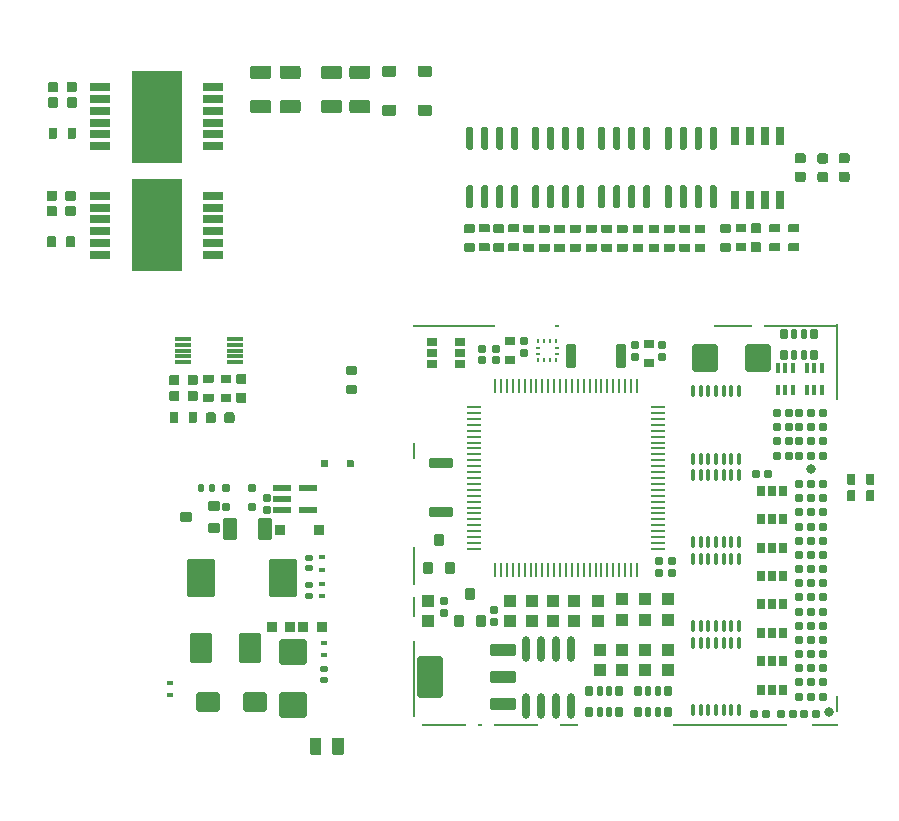
<source format=gtp>
G75*
G70*
%OFA0B0*%
%FSLAX25Y25*%
%IPPOS*%
%LPD*%
%AMOC8*
5,1,8,0,0,1.08239X$1,22.5*
%
%AMM100*
21,1,0.035430,0.030320,-0.000000,0.000000,0.000000*
21,1,0.028350,0.037400,-0.000000,0.000000,0.000000*
1,1,0.007090,0.014170,-0.015160*
1,1,0.007090,-0.014170,-0.015160*
1,1,0.007090,-0.014170,0.015160*
1,1,0.007090,0.014170,0.015160*
%
%AMM101*
21,1,0.043310,0.075980,-0.000000,0.000000,90.000000*
21,1,0.034650,0.084650,-0.000000,0.000000,90.000000*
1,1,0.008660,0.037990,0.017320*
1,1,0.008660,0.037990,-0.017320*
1,1,0.008660,-0.037990,-0.017320*
1,1,0.008660,-0.037990,0.017320*
%
%AMM102*
21,1,0.039370,0.035430,-0.000000,0.000000,90.000000*
21,1,0.031500,0.043310,-0.000000,0.000000,90.000000*
1,1,0.007870,0.017720,0.015750*
1,1,0.007870,0.017720,-0.015750*
1,1,0.007870,-0.017720,-0.015750*
1,1,0.007870,-0.017720,0.015750*
%
%AMM103*
21,1,0.027560,0.030710,-0.000000,0.000000,90.000000*
21,1,0.022050,0.036220,-0.000000,0.000000,90.000000*
1,1,0.005510,0.015350,0.011020*
1,1,0.005510,0.015350,-0.011020*
1,1,0.005510,-0.015350,-0.011020*
1,1,0.005510,-0.015350,0.011020*
%
%AMM104*
21,1,0.031500,0.072440,-0.000000,0.000000,90.000000*
21,1,0.025200,0.078740,-0.000000,0.000000,90.000000*
1,1,0.006300,0.036220,0.012600*
1,1,0.006300,0.036220,-0.012600*
1,1,0.006300,-0.036220,-0.012600*
1,1,0.006300,-0.036220,0.012600*
%
%AMM105*
21,1,0.137800,0.067720,-0.000000,0.000000,90.000000*
21,1,0.120870,0.084650,-0.000000,0.000000,90.000000*
1,1,0.016930,0.033860,0.060430*
1,1,0.016930,0.033860,-0.060430*
1,1,0.016930,-0.033860,-0.060430*
1,1,0.016930,-0.033860,0.060430*
%
%AMM106*
21,1,0.043310,0.075990,-0.000000,0.000000,90.000000*
21,1,0.034650,0.084650,-0.000000,0.000000,90.000000*
1,1,0.008660,0.037990,0.017320*
1,1,0.008660,0.037990,-0.017320*
1,1,0.008660,-0.037990,-0.017320*
1,1,0.008660,-0.037990,0.017320*
%
%AMM107*
21,1,0.086610,0.073230,-0.000000,0.000000,180.000000*
21,1,0.069290,0.090550,-0.000000,0.000000,180.000000*
1,1,0.017320,-0.034650,0.036610*
1,1,0.017320,0.034650,0.036610*
1,1,0.017320,0.034650,-0.036610*
1,1,0.017320,-0.034650,-0.036610*
%
%AMM36*
21,1,0.033470,0.026770,0.000000,0.000000,0.000000*
21,1,0.026770,0.033470,0.000000,0.000000,0.000000*
1,1,0.006690,0.013390,-0.013390*
1,1,0.006690,-0.013390,-0.013390*
1,1,0.006690,-0.013390,0.013390*
1,1,0.006690,0.013390,0.013390*
%
%AMM42*
21,1,0.035830,0.026770,0.000000,0.000000,0.000000*
21,1,0.029130,0.033470,0.000000,0.000000,0.000000*
1,1,0.006690,0.014570,-0.013390*
1,1,0.006690,-0.014570,-0.013390*
1,1,0.006690,-0.014570,0.013390*
1,1,0.006690,0.014570,0.013390*
%
%AMM44*
21,1,0.070870,0.036220,0.000000,0.000000,90.000000*
21,1,0.061810,0.045280,0.000000,0.000000,90.000000*
1,1,0.009060,0.018110,0.030910*
1,1,0.009060,0.018110,-0.030910*
1,1,0.009060,-0.018110,-0.030910*
1,1,0.009060,-0.018110,0.030910*
%
%AMM59*
21,1,0.086610,0.073230,0.000000,0.000000,270.000000*
21,1,0.069290,0.090550,0.000000,0.000000,270.000000*
1,1,0.017320,-0.036610,-0.034650*
1,1,0.017320,-0.036610,0.034650*
1,1,0.017320,0.036610,0.034650*
1,1,0.017320,0.036610,-0.034650*
%
%AMM60*
21,1,0.094490,0.111020,0.000000,0.000000,0.000000*
21,1,0.075590,0.129920,0.000000,0.000000,0.000000*
1,1,0.018900,0.037800,-0.055510*
1,1,0.018900,-0.037800,-0.055510*
1,1,0.018900,-0.037800,0.055510*
1,1,0.018900,0.037800,0.055510*
%
%AMM61*
21,1,0.074800,0.083460,0.000000,0.000000,0.000000*
21,1,0.059840,0.098430,0.000000,0.000000,0.000000*
1,1,0.014960,0.029920,-0.041730*
1,1,0.014960,-0.029920,-0.041730*
1,1,0.014960,-0.029920,0.041730*
1,1,0.014960,0.029920,0.041730*
%
%AMM62*
21,1,0.078740,0.053540,0.000000,0.000000,180.000000*
21,1,0.065350,0.066930,0.000000,0.000000,180.000000*
1,1,0.013390,-0.032680,0.026770*
1,1,0.013390,0.032680,0.026770*
1,1,0.013390,0.032680,-0.026770*
1,1,0.013390,-0.032680,-0.026770*
%
%AMM63*
21,1,0.035430,0.030320,0.000000,0.000000,90.000000*
21,1,0.028350,0.037400,0.000000,0.000000,90.000000*
1,1,0.007090,0.015160,0.014170*
1,1,0.007090,0.015160,-0.014170*
1,1,0.007090,-0.015160,-0.014170*
1,1,0.007090,-0.015160,0.014170*
%
%AMM64*
21,1,0.021650,0.052760,0.000000,0.000000,270.000000*
21,1,0.017320,0.057090,0.000000,0.000000,270.000000*
1,1,0.004330,-0.026380,-0.008660*
1,1,0.004330,-0.026380,0.008660*
1,1,0.004330,0.026380,0.008660*
1,1,0.004330,0.026380,-0.008660*
%
%AMM65*
21,1,0.015750,0.016540,0.000000,0.000000,270.000000*
21,1,0.012600,0.019680,0.000000,0.000000,270.000000*
1,1,0.003150,-0.008270,-0.006300*
1,1,0.003150,-0.008270,0.006300*
1,1,0.003150,0.008270,0.006300*
1,1,0.003150,0.008270,-0.006300*
%
%AMM66*
21,1,0.023620,0.018900,0.000000,0.000000,90.000000*
21,1,0.018900,0.023620,0.000000,0.000000,90.000000*
1,1,0.004720,0.009450,0.009450*
1,1,0.004720,0.009450,-0.009450*
1,1,0.004720,-0.009450,-0.009450*
1,1,0.004720,-0.009450,0.009450*
%
%AMM67*
21,1,0.019680,0.019680,0.000000,0.000000,0.000000*
21,1,0.015750,0.023620,0.000000,0.000000,0.000000*
1,1,0.003940,0.007870,-0.009840*
1,1,0.003940,-0.007870,-0.009840*
1,1,0.003940,-0.007870,0.009840*
1,1,0.003940,0.007870,0.009840*
%
%AMM68*
21,1,0.019680,0.019680,0.000000,0.000000,270.000000*
21,1,0.015750,0.023620,0.000000,0.000000,270.000000*
1,1,0.003940,-0.009840,-0.007870*
1,1,0.003940,-0.009840,0.007870*
1,1,0.003940,0.009840,0.007870*
1,1,0.003940,0.009840,-0.007870*
%
%AMM92*
21,1,0.025590,0.026380,-0.000000,0.000000,0.000000*
21,1,0.020470,0.031500,-0.000000,0.000000,0.000000*
1,1,0.005120,0.010240,-0.013190*
1,1,0.005120,-0.010240,-0.013190*
1,1,0.005120,-0.010240,0.013190*
1,1,0.005120,0.010240,0.013190*
%
%AMM93*
21,1,0.017720,0.027950,-0.000000,0.000000,0.000000*
21,1,0.014170,0.031500,-0.000000,0.000000,0.000000*
1,1,0.003540,0.007090,-0.013980*
1,1,0.003540,-0.007090,-0.013980*
1,1,0.003540,-0.007090,0.013980*
1,1,0.003540,0.007090,0.013980*
%
%AMM94*
21,1,0.012600,0.028980,-0.000000,0.000000,180.000000*
21,1,0.010080,0.031500,-0.000000,0.000000,180.000000*
1,1,0.002520,-0.005040,0.014490*
1,1,0.002520,0.005040,0.014490*
1,1,0.002520,0.005040,-0.014490*
1,1,0.002520,-0.005040,-0.014490*
%
%AMM95*
21,1,0.023620,0.030710,-0.000000,0.000000,270.000000*
21,1,0.018900,0.035430,-0.000000,0.000000,270.000000*
1,1,0.004720,-0.015350,-0.009450*
1,1,0.004720,-0.015350,0.009450*
1,1,0.004720,0.015350,0.009450*
1,1,0.004720,0.015350,-0.009450*
%
%AMM96*
21,1,0.027560,0.018900,-0.000000,0.000000,180.000000*
21,1,0.022840,0.023620,-0.000000,0.000000,180.000000*
1,1,0.004720,-0.011420,0.009450*
1,1,0.004720,0.011420,0.009450*
1,1,0.004720,0.011420,-0.009450*
1,1,0.004720,-0.011420,-0.009450*
%
%AMM97*
21,1,0.031500,0.072440,-0.000000,0.000000,180.000000*
21,1,0.025200,0.078740,-0.000000,0.000000,180.000000*
1,1,0.006300,-0.012600,0.036220*
1,1,0.006300,0.012600,0.036220*
1,1,0.006300,0.012600,-0.036220*
1,1,0.006300,-0.012600,-0.036220*
%
%AMM98*
21,1,0.027560,0.018900,-0.000000,0.000000,270.000000*
21,1,0.022840,0.023620,-0.000000,0.000000,270.000000*
1,1,0.004720,-0.009450,-0.011420*
1,1,0.004720,-0.009450,0.011420*
1,1,0.004720,0.009450,0.011420*
1,1,0.004720,0.009450,-0.011420*
%
%AMM99*
21,1,0.023620,0.030710,-0.000000,0.000000,0.000000*
21,1,0.018900,0.035430,-0.000000,0.000000,0.000000*
1,1,0.004720,0.009450,-0.015350*
1,1,0.004720,-0.009450,-0.015350*
1,1,0.004720,-0.009450,0.015350*
1,1,0.004720,0.009450,0.015350*
%
%ADD13R,0.02559X0.06004*%
%ADD137M36*%
%ADD14R,0.06890X0.02559*%
%ADD146M42*%
%ADD15R,0.16929X0.31102*%
%ADD151M44*%
%ADD172R,0.05512X0.01181*%
%ADD174M59*%
%ADD175M60*%
%ADD176M61*%
%ADD177M62*%
%ADD178M63*%
%ADD179M64*%
%ADD18R,0.14567X0.00787*%
%ADD180M65*%
%ADD181M66*%
%ADD182M67*%
%ADD183M68*%
%ADD19R,0.01575X0.00787*%
%ADD20R,0.06299X0.00787*%
%ADD21R,0.38189X0.00787*%
%ADD212M92*%
%ADD213M93*%
%ADD214M94*%
%ADD215O,0.01181X0.04331*%
%ADD216M95*%
%ADD217M96*%
%ADD218M97*%
%ADD219M98*%
%ADD22R,0.09055X0.00787*%
%ADD220M99*%
%ADD221M100*%
%ADD222O,0.02362X0.08661*%
%ADD223M101*%
%ADD224M102*%
%ADD225M103*%
%ADD226M104*%
%ADD227M105*%
%ADD228M106*%
%ADD229M107*%
%ADD23R,0.00787X0.05512*%
%ADD24R,0.00787X0.25197*%
%ADD25R,0.00787X0.06693*%
%ADD26R,0.00787X0.12992*%
%ADD27R,0.27559X0.00787*%
%ADD28R,0.12992X0.00787*%
%ADD29R,0.24803X0.00787*%
%ADD47C,0.03150*%
%ADD79O,0.04724X0.00866*%
%ADD80O,0.00866X0.04724*%
%ADD84R,0.01378X0.00984*%
%ADD85R,0.00984X0.01378*%
X0000000Y0000000D02*
%LPD*%
G01*
G36*
G01*
X0149823Y0172336D02*
X0146752Y0172336D01*
G75*
G02*
X0146476Y0172612I0000000J0000276D01*
G01*
X0146476Y0174817D01*
G75*
G02*
X0146752Y0175092I0000276J0000000D01*
G01*
X0149823Y0175092D01*
G75*
G02*
X0150098Y0174817I0000000J-000276D01*
G01*
X0150098Y0172612D01*
G75*
G02*
X0149823Y0172336I-000276J0000000D01*
G01*
G37*
G36*
G01*
X0149823Y0178635D02*
X0146752Y0178635D01*
G75*
G02*
X0146476Y0178911I0000000J0000276D01*
G01*
X0146476Y0181116D01*
G75*
G02*
X0146752Y0181391I0000276J0000000D01*
G01*
X0149823Y0181391D01*
G75*
G02*
X0150098Y0181116I0000000J-000276D01*
G01*
X0150098Y0178911D01*
G75*
G02*
X0149823Y0178635I-000276J0000000D01*
G01*
G37*
G36*
G01*
X0193091Y0186811D02*
X0191909Y0186811D01*
G75*
G02*
X0191319Y0187402I0000000J0000591D01*
G01*
X0191319Y0193898D01*
G75*
G02*
X0191909Y0194488I0000591J0000000D01*
G01*
X0193091Y0194488D01*
G75*
G02*
X0193681Y0193898I0000000J-000591D01*
G01*
X0193681Y0187402D01*
G75*
G02*
X0193091Y0186811I-000591J0000000D01*
G01*
G37*
G36*
G01*
X0198091Y0186811D02*
X0196909Y0186811D01*
G75*
G02*
X0196319Y0187402I0000000J0000591D01*
G01*
X0196319Y0193898D01*
G75*
G02*
X0196909Y0194488I0000591J0000000D01*
G01*
X0198091Y0194488D01*
G75*
G02*
X0198681Y0193898I0000000J-000591D01*
G01*
X0198681Y0187402D01*
G75*
G02*
X0198091Y0186811I-000591J0000000D01*
G01*
G37*
G36*
G01*
X0203091Y0186811D02*
X0201909Y0186811D01*
G75*
G02*
X0201319Y0187402I0000000J0000591D01*
G01*
X0201319Y0193898D01*
G75*
G02*
X0201909Y0194488I0000591J0000000D01*
G01*
X0203091Y0194488D01*
G75*
G02*
X0203681Y0193898I0000000J-000591D01*
G01*
X0203681Y0187402D01*
G75*
G02*
X0203091Y0186811I-000591J0000000D01*
G01*
G37*
G36*
G01*
X0208091Y0186811D02*
X0206909Y0186811D01*
G75*
G02*
X0206319Y0187402I0000000J0000591D01*
G01*
X0206319Y0193898D01*
G75*
G02*
X0206909Y0194488I0000591J0000000D01*
G01*
X0208091Y0194488D01*
G75*
G02*
X0208681Y0193898I0000000J-000591D01*
G01*
X0208681Y0187402D01*
G75*
G02*
X0208091Y0186811I-000591J0000000D01*
G01*
G37*
G36*
G01*
X0208091Y0206299D02*
X0206909Y0206299D01*
G75*
G02*
X0206319Y0206890I0000000J0000591D01*
G01*
X0206319Y0213386D01*
G75*
G02*
X0206909Y0213976I0000591J0000000D01*
G01*
X0208091Y0213976D01*
G75*
G02*
X0208681Y0213386I0000000J-000591D01*
G01*
X0208681Y0206890D01*
G75*
G02*
X0208091Y0206299I-000591J0000000D01*
G01*
G37*
G36*
G01*
X0203091Y0206299D02*
X0201909Y0206299D01*
G75*
G02*
X0201319Y0206890I0000000J0000591D01*
G01*
X0201319Y0213386D01*
G75*
G02*
X0201909Y0213976I0000591J0000000D01*
G01*
X0203091Y0213976D01*
G75*
G02*
X0203681Y0213386I0000000J-000591D01*
G01*
X0203681Y0206890D01*
G75*
G02*
X0203091Y0206299I-000591J0000000D01*
G01*
G37*
G36*
G01*
X0198091Y0206299D02*
X0196909Y0206299D01*
G75*
G02*
X0196319Y0206890I0000000J0000591D01*
G01*
X0196319Y0213386D01*
G75*
G02*
X0196909Y0213976I0000591J0000000D01*
G01*
X0198091Y0213976D01*
G75*
G02*
X0198681Y0213386I0000000J-000591D01*
G01*
X0198681Y0206890D01*
G75*
G02*
X0198091Y0206299I-000591J0000000D01*
G01*
G37*
G36*
G01*
X0193091Y0206299D02*
X0191909Y0206299D01*
G75*
G02*
X0191319Y0206890I0000000J0000591D01*
G01*
X0191319Y0213386D01*
G75*
G02*
X0191909Y0213976I0000591J0000000D01*
G01*
X0193091Y0213976D01*
G75*
G02*
X0193681Y0213386I0000000J-000591D01*
G01*
X0193681Y0206890D01*
G75*
G02*
X0193091Y0206299I-000591J0000000D01*
G01*
G37*
G36*
G01*
X0245157Y0172185D02*
X0242480Y0172185D01*
G75*
G02*
X0242146Y0172520I0000000J0000335D01*
G01*
X0242146Y0175197D01*
G75*
G02*
X0242480Y0175531I0000335J0000000D01*
G01*
X0245157Y0175531D01*
G75*
G02*
X0245492Y0175197I0000000J-000335D01*
G01*
X0245492Y0172520D01*
G75*
G02*
X0245157Y0172185I-000335J0000000D01*
G01*
G37*
G36*
G01*
X0245157Y0178406D02*
X0242480Y0178406D01*
G75*
G02*
X0242146Y0178740I0000000J0000335D01*
G01*
X0242146Y0181417D01*
G75*
G02*
X0242480Y0181752I0000335J0000000D01*
G01*
X0245157Y0181752D01*
G75*
G02*
X0245492Y0181417I0000000J-000335D01*
G01*
X0245492Y0178740D01*
G75*
G02*
X0245157Y0178406I-000335J0000000D01*
G01*
G37*
G36*
G01*
X0171693Y0181299D02*
X0174764Y0181299D01*
G75*
G02*
X0175039Y0181024I0000000J-000276D01*
G01*
X0175039Y0178819D01*
G75*
G02*
X0174764Y0178543I-000276J0000000D01*
G01*
X0171693Y0178543D01*
G75*
G02*
X0171417Y0178819I0000000J0000276D01*
G01*
X0171417Y0181024D01*
G75*
G02*
X0171693Y0181299I0000276J0000000D01*
G01*
G37*
G36*
G01*
X0171693Y0175000D02*
X0174764Y0175000D01*
G75*
G02*
X0175039Y0174724I0000000J-000276D01*
G01*
X0175039Y0172520D01*
G75*
G02*
X0174764Y0172244I-000276J0000000D01*
G01*
X0171693Y0172244D01*
G75*
G02*
X0171417Y0172520I0000000J0000276D01*
G01*
X0171417Y0174724D01*
G75*
G02*
X0171693Y0175000I0000276J0000000D01*
G01*
G37*
G36*
G01*
X0007461Y0189606D02*
X0007461Y0192283D01*
G75*
G02*
X0007795Y0192618I0000335J0000000D01*
G01*
X0010472Y0192618D01*
G75*
G02*
X0010807Y0192283I0000000J-000335D01*
G01*
X0010807Y0189606D01*
G75*
G02*
X0010472Y0189272I-000335J0000000D01*
G01*
X0007795Y0189272D01*
G75*
G02*
X0007461Y0189606I0000000J0000335D01*
G01*
G37*
G36*
G01*
X0013681Y0189606D02*
X0013681Y0192283D01*
G75*
G02*
X0014016Y0192618I0000335J0000000D01*
G01*
X0016693Y0192618D01*
G75*
G02*
X0017028Y0192283I0000000J-000335D01*
G01*
X0017028Y0189606D01*
G75*
G02*
X0016693Y0189272I-000335J0000000D01*
G01*
X0014016Y0189272D01*
G75*
G02*
X0013681Y0189606I0000000J0000335D01*
G01*
G37*
G36*
G01*
X0283268Y0092480D02*
X0283268Y0089409D01*
G75*
G02*
X0282992Y0089134I-000276J0000000D01*
G01*
X0280787Y0089134D01*
G75*
G02*
X0280512Y0089409I0000000J0000276D01*
G01*
X0280512Y0092480D01*
G75*
G02*
X0280787Y0092756I0000276J0000000D01*
G01*
X0282992Y0092756D01*
G75*
G02*
X0283268Y0092480I0000000J-000276D01*
G01*
G37*
G36*
G01*
X0276969Y0092480D02*
X0276969Y0089409D01*
G75*
G02*
X0276693Y0089134I-000276J0000000D01*
G01*
X0274488Y0089134D01*
G75*
G02*
X0274213Y0089409I0000000J0000276D01*
G01*
X0274213Y0092480D01*
G75*
G02*
X0274488Y0092756I0000276J0000000D01*
G01*
X0276693Y0092756D01*
G75*
G02*
X0276969Y0092480I0000000J-000276D01*
G01*
G37*
G36*
G01*
X0171043Y0186811D02*
X0169862Y0186811D01*
G75*
G02*
X0169272Y0187402I0000000J0000591D01*
G01*
X0169272Y0193898D01*
G75*
G02*
X0169862Y0194488I0000591J0000000D01*
G01*
X0171043Y0194488D01*
G75*
G02*
X0171634Y0193898I0000000J-000591D01*
G01*
X0171634Y0187402D01*
G75*
G02*
X0171043Y0186811I-000591J0000000D01*
G01*
G37*
G36*
G01*
X0176043Y0186811D02*
X0174862Y0186811D01*
G75*
G02*
X0174272Y0187402I0000000J0000591D01*
G01*
X0174272Y0193898D01*
G75*
G02*
X0174862Y0194488I0000591J0000000D01*
G01*
X0176043Y0194488D01*
G75*
G02*
X0176634Y0193898I0000000J-000591D01*
G01*
X0176634Y0187402D01*
G75*
G02*
X0176043Y0186811I-000591J0000000D01*
G01*
G37*
G36*
G01*
X0181043Y0186811D02*
X0179862Y0186811D01*
G75*
G02*
X0179272Y0187402I0000000J0000591D01*
G01*
X0179272Y0193898D01*
G75*
G02*
X0179862Y0194488I0000591J0000000D01*
G01*
X0181043Y0194488D01*
G75*
G02*
X0181634Y0193898I0000000J-000591D01*
G01*
X0181634Y0187402D01*
G75*
G02*
X0181043Y0186811I-000591J0000000D01*
G01*
G37*
G36*
G01*
X0186043Y0186811D02*
X0184862Y0186811D01*
G75*
G02*
X0184272Y0187402I0000000J0000591D01*
G01*
X0184272Y0193898D01*
G75*
G02*
X0184862Y0194488I0000591J0000000D01*
G01*
X0186043Y0194488D01*
G75*
G02*
X0186634Y0193898I0000000J-000591D01*
G01*
X0186634Y0187402D01*
G75*
G02*
X0186043Y0186811I-000591J0000000D01*
G01*
G37*
G36*
G01*
X0186043Y0206299D02*
X0184862Y0206299D01*
G75*
G02*
X0184272Y0206890I0000000J0000591D01*
G01*
X0184272Y0213386D01*
G75*
G02*
X0184862Y0213976I0000591J0000000D01*
G01*
X0186043Y0213976D01*
G75*
G02*
X0186634Y0213386I0000000J-000591D01*
G01*
X0186634Y0206890D01*
G75*
G02*
X0186043Y0206299I-000591J0000000D01*
G01*
G37*
G36*
G01*
X0181043Y0206299D02*
X0179862Y0206299D01*
G75*
G02*
X0179272Y0206890I0000000J0000591D01*
G01*
X0179272Y0213386D01*
G75*
G02*
X0179862Y0213976I0000591J0000000D01*
G01*
X0181043Y0213976D01*
G75*
G02*
X0181634Y0213386I0000000J-000591D01*
G01*
X0181634Y0206890D01*
G75*
G02*
X0181043Y0206299I-000591J0000000D01*
G01*
G37*
G36*
G01*
X0176043Y0206299D02*
X0174862Y0206299D01*
G75*
G02*
X0174272Y0206890I0000000J0000591D01*
G01*
X0174272Y0213386D01*
G75*
G02*
X0174862Y0213976I0000591J0000000D01*
G01*
X0176043Y0213976D01*
G75*
G02*
X0176634Y0213386I0000000J-000591D01*
G01*
X0176634Y0206890D01*
G75*
G02*
X0176043Y0206299I-000591J0000000D01*
G01*
G37*
G36*
G01*
X0171043Y0206299D02*
X0169862Y0206299D01*
G75*
G02*
X0169272Y0206890I0000000J0000591D01*
G01*
X0169272Y0213386D01*
G75*
G02*
X0169862Y0213976I0000591J0000000D01*
G01*
X0171043Y0213976D01*
G75*
G02*
X0171634Y0213386I0000000J-000591D01*
G01*
X0171634Y0206890D01*
G75*
G02*
X0171043Y0206299I-000591J0000000D01*
G01*
G37*
G36*
G01*
X0108268Y0230728D02*
X0108268Y0233445D01*
G75*
G02*
X0109173Y0234350I0000906J0000000D01*
G01*
X0114449Y0234350D01*
G75*
G02*
X0115354Y0233445I0000000J-000906D01*
G01*
X0115354Y0230728D01*
G75*
G02*
X0114449Y0229823I-000906J0000000D01*
G01*
X0109173Y0229823D01*
G75*
G02*
X0108268Y0230728I0000000J0000906D01*
G01*
G37*
G36*
G01*
X0108268Y0219311D02*
X0108268Y0222028D01*
G75*
G02*
X0109173Y0222933I0000906J0000000D01*
G01*
X0114449Y0222933D01*
G75*
G02*
X0115354Y0222028I0000000J-000906D01*
G01*
X0115354Y0219311D01*
G75*
G02*
X0114449Y0218405I-000906J0000000D01*
G01*
X0109173Y0218405D01*
G75*
G02*
X0108268Y0219311I0000000J0000906D01*
G01*
G37*
G36*
G01*
X0202985Y0181319D02*
X0206056Y0181319D01*
G75*
G02*
X0206331Y0181043I0000000J-000276D01*
G01*
X0206331Y0178839D01*
G75*
G02*
X0206056Y0178563I-000276J0000000D01*
G01*
X0202985Y0178563D01*
G75*
G02*
X0202709Y0178839I0000000J0000276D01*
G01*
X0202709Y0181043D01*
G75*
G02*
X0202985Y0181319I0000276J0000000D01*
G01*
G37*
G36*
G01*
X0202985Y0175020D02*
X0206056Y0175020D01*
G75*
G02*
X0206331Y0174744I0000000J-000276D01*
G01*
X0206331Y0172539D01*
G75*
G02*
X0206056Y0172264I-000276J0000000D01*
G01*
X0202985Y0172264D01*
G75*
G02*
X0202709Y0172539I0000000J0000276D01*
G01*
X0202709Y0174744D01*
G75*
G02*
X0202985Y0175020I0000276J0000000D01*
G01*
G37*
D13*
X0236850Y0189421D03*
X0241850Y0189421D03*
X0246850Y0189421D03*
X0251850Y0189421D03*
X0251850Y0210776D03*
X0246850Y0210776D03*
X0241850Y0210776D03*
X0236850Y0210776D03*
G36*
G01*
X0016732Y0177126D02*
X0016732Y0174055D01*
G75*
G02*
X0016457Y0173780I-000276J0000000D01*
G01*
X0014252Y0173780D01*
G75*
G02*
X0013976Y0174055I0000000J0000276D01*
G01*
X0013976Y0177126D01*
G75*
G02*
X0014252Y0177402I0000276J0000000D01*
G01*
X0016457Y0177402D01*
G75*
G02*
X0016732Y0177126I0000000J-000276D01*
G01*
G37*
G36*
G01*
X0010433Y0177126D02*
X0010433Y0174055D01*
G75*
G02*
X0010157Y0173780I-000276J0000000D01*
G01*
X0007953Y0173780D01*
G75*
G02*
X0007677Y0174055I0000000J0000276D01*
G01*
X0007677Y0177126D01*
G75*
G02*
X0007953Y0177402I0000276J0000000D01*
G01*
X0010157Y0177402D01*
G75*
G02*
X0010433Y0177126I0000000J-000276D01*
G01*
G37*
G36*
G01*
X0213425Y0181299D02*
X0216496Y0181299D01*
G75*
G02*
X0216772Y0181024I0000000J-000276D01*
G01*
X0216772Y0178819D01*
G75*
G02*
X0216496Y0178543I-000276J0000000D01*
G01*
X0213425Y0178543D01*
G75*
G02*
X0213150Y0178819I0000000J0000276D01*
G01*
X0213150Y0181024D01*
G75*
G02*
X0213425Y0181299I0000276J0000000D01*
G01*
G37*
G36*
G01*
X0213425Y0175000D02*
X0216496Y0175000D01*
G75*
G02*
X0216772Y0174724I0000000J-000276D01*
G01*
X0216772Y0172520D01*
G75*
G02*
X0216496Y0172244I-000276J0000000D01*
G01*
X0213425Y0172244D01*
G75*
G02*
X0213150Y0172520I0000000J0000276D01*
G01*
X0213150Y0174724D01*
G75*
G02*
X0213425Y0175000I0000276J0000000D01*
G01*
G37*
G36*
G01*
X0007854Y0225827D02*
X0007854Y0228504D01*
G75*
G02*
X0008189Y0228839I0000335J0000000D01*
G01*
X0010866Y0228839D01*
G75*
G02*
X0011201Y0228504I0000000J-000335D01*
G01*
X0011201Y0225827D01*
G75*
G02*
X0010866Y0225492I-000335J0000000D01*
G01*
X0008189Y0225492D01*
G75*
G02*
X0007854Y0225827I0000000J0000335D01*
G01*
G37*
G36*
G01*
X0014075Y0225827D02*
X0014075Y0228504D01*
G75*
G02*
X0014409Y0228839I0000335J0000000D01*
G01*
X0017087Y0228839D01*
G75*
G02*
X0017421Y0228504I0000000J-000335D01*
G01*
X0017421Y0225827D01*
G75*
G02*
X0017087Y0225492I-000335J0000000D01*
G01*
X0014409Y0225492D01*
G75*
G02*
X0014075Y0225827I0000000J0000335D01*
G01*
G37*
G36*
G01*
X0274213Y0094921D02*
X0274213Y0097992D01*
G75*
G02*
X0274488Y0098268I0000276J0000000D01*
G01*
X0276693Y0098268D01*
G75*
G02*
X0276969Y0097992I0000000J-000276D01*
G01*
X0276969Y0094921D01*
G75*
G02*
X0276693Y0094646I-000276J0000000D01*
G01*
X0274488Y0094646D01*
G75*
G02*
X0274213Y0094921I0000000J0000276D01*
G01*
G37*
G36*
G01*
X0280512Y0094921D02*
X0280512Y0097992D01*
G75*
G02*
X0280787Y0098268I0000276J0000000D01*
G01*
X0282992Y0098268D01*
G75*
G02*
X0283268Y0097992I0000000J-000276D01*
G01*
X0283268Y0094921D01*
G75*
G02*
X0282992Y0094646I-000276J0000000D01*
G01*
X0280787Y0094646D01*
G75*
G02*
X0280512Y0094921I0000000J0000276D01*
G01*
G37*
G36*
G01*
X0192559Y0181299D02*
X0195630Y0181299D01*
G75*
G02*
X0195906Y0181024I0000000J-000276D01*
G01*
X0195906Y0178819D01*
G75*
G02*
X0195630Y0178543I-000276J0000000D01*
G01*
X0192559Y0178543D01*
G75*
G02*
X0192283Y0178819I0000000J0000276D01*
G01*
X0192283Y0181024D01*
G75*
G02*
X0192559Y0181299I0000276J0000000D01*
G01*
G37*
G36*
G01*
X0192559Y0175000D02*
X0195630Y0175000D01*
G75*
G02*
X0195906Y0174724I0000000J-000276D01*
G01*
X0195906Y0172520D01*
G75*
G02*
X0195630Y0172244I-000276J0000000D01*
G01*
X0192559Y0172244D01*
G75*
G02*
X0192283Y0172520I0000000J0000276D01*
G01*
X0192283Y0174724D01*
G75*
G02*
X0192559Y0175000I0000276J0000000D01*
G01*
G37*
G36*
G01*
X0179882Y0172244D02*
X0176811Y0172244D01*
G75*
G02*
X0176535Y0172520I0000000J0000276D01*
G01*
X0176535Y0174724D01*
G75*
G02*
X0176811Y0175000I0000276J0000000D01*
G01*
X0179882Y0175000D01*
G75*
G02*
X0180157Y0174724I0000000J-000276D01*
G01*
X0180157Y0172520D01*
G75*
G02*
X0179882Y0172244I-000276J0000000D01*
G01*
G37*
G36*
G01*
X0179882Y0178543D02*
X0176811Y0178543D01*
G75*
G02*
X0176535Y0178819I0000000J0000276D01*
G01*
X0176535Y0181024D01*
G75*
G02*
X0176811Y0181299I0000276J0000000D01*
G01*
X0179882Y0181299D01*
G75*
G02*
X0180157Y0181024I0000000J-000276D01*
G01*
X0180157Y0178819D01*
G75*
G02*
X0179882Y0178543I-000276J0000000D01*
G01*
G37*
D14*
X0062992Y0171260D03*
X0062992Y0175197D03*
X0062992Y0179134D03*
X0062992Y0183071D03*
X0062992Y0187008D03*
X0062992Y0190945D03*
X0025197Y0190945D03*
X0025197Y0187008D03*
X0025197Y0183071D03*
X0025197Y0179134D03*
X0025197Y0175197D03*
X0025197Y0171260D03*
D15*
X0044094Y0181102D03*
G36*
G01*
X0109600Y0100443D02*
X0107711Y0100443D01*
G75*
G02*
X0107474Y0100679I0000000J0000236D01*
G01*
X0107474Y0102569D01*
G75*
G02*
X0107711Y0102805I0000236J0000000D01*
G01*
X0109600Y0102805D01*
G75*
G02*
X0109837Y0102569I0000000J-000236D01*
G01*
X0109837Y0100679D01*
G75*
G02*
X0109600Y0100443I-000236J0000000D01*
G01*
G37*
G36*
G01*
X0100939Y0100443D02*
X0099049Y0100443D01*
G75*
G02*
X0098813Y0100679I0000000J0000236D01*
G01*
X0098813Y0102569D01*
G75*
G02*
X0099049Y0102805I0000236J0000000D01*
G01*
X0100939Y0102805D01*
G75*
G02*
X0101175Y0102569I0000000J-000236D01*
G01*
X0101175Y0100679D01*
G75*
G02*
X0100939Y0100443I-000236J0000000D01*
G01*
G37*
G36*
G01*
X0221614Y0172244D02*
X0218543Y0172244D01*
G75*
G02*
X0218268Y0172520I0000000J0000276D01*
G01*
X0218268Y0174724D01*
G75*
G02*
X0218543Y0175000I0000276J0000000D01*
G01*
X0221614Y0175000D01*
G75*
G02*
X0221890Y0174724I0000000J-000276D01*
G01*
X0221890Y0172520D01*
G75*
G02*
X0221614Y0172244I-000276J0000000D01*
G01*
G37*
G36*
G01*
X0221614Y0178543D02*
X0218543Y0178543D01*
G75*
G02*
X0218268Y0178819I0000000J0000276D01*
G01*
X0218268Y0181024D01*
G75*
G02*
X0218543Y0181299I0000276J0000000D01*
G01*
X0221614Y0181299D01*
G75*
G02*
X0221890Y0181024I0000000J-000276D01*
G01*
X0221890Y0178819D01*
G75*
G02*
X0221614Y0178543I-000276J0000000D01*
G01*
G37*
G36*
G01*
X0007461Y0184488D02*
X0007461Y0187165D01*
G75*
G02*
X0007795Y0187500I0000335J0000000D01*
G01*
X0010472Y0187500D01*
G75*
G02*
X0010807Y0187165I0000000J-000335D01*
G01*
X0010807Y0184488D01*
G75*
G02*
X0010472Y0184154I-000335J0000000D01*
G01*
X0007795Y0184154D01*
G75*
G02*
X0007461Y0184488I0000000J0000335D01*
G01*
G37*
G36*
G01*
X0013681Y0184488D02*
X0013681Y0187165D01*
G75*
G02*
X0014016Y0187500I0000335J0000000D01*
G01*
X0016693Y0187500D01*
G75*
G02*
X0017028Y0187165I0000000J-000335D01*
G01*
X0017028Y0184488D01*
G75*
G02*
X0016693Y0184154I-000335J0000000D01*
G01*
X0014016Y0184154D01*
G75*
G02*
X0013681Y0184488I0000000J0000335D01*
G01*
G37*
G36*
G01*
X0110591Y0125000D02*
X0107520Y0125000D01*
G75*
G02*
X0107244Y0125276I0000000J0000276D01*
G01*
X0107244Y0127480D01*
G75*
G02*
X0107520Y0127756I0000276J0000000D01*
G01*
X0110591Y0127756D01*
G75*
G02*
X0110866Y0127480I0000000J-000276D01*
G01*
X0110866Y0125276D01*
G75*
G02*
X0110591Y0125000I-000276J0000000D01*
G01*
G37*
G36*
G01*
X0110591Y0131299D02*
X0107520Y0131299D01*
G75*
G02*
X0107244Y0131575I0000000J0000276D01*
G01*
X0107244Y0133780D01*
G75*
G02*
X0107520Y0134055I0000276J0000000D01*
G01*
X0110591Y0134055D01*
G75*
G02*
X0110866Y0133780I0000000J-000276D01*
G01*
X0110866Y0131575D01*
G75*
G02*
X0110591Y0131299I-000276J0000000D01*
G01*
G37*
G36*
G01*
X0215138Y0186811D02*
X0213957Y0186811D01*
G75*
G02*
X0213366Y0187402I0000000J0000591D01*
G01*
X0213366Y0193898D01*
G75*
G02*
X0213957Y0194488I0000591J0000000D01*
G01*
X0215138Y0194488D01*
G75*
G02*
X0215728Y0193898I0000000J-000591D01*
G01*
X0215728Y0187402D01*
G75*
G02*
X0215138Y0186811I-000591J0000000D01*
G01*
G37*
G36*
G01*
X0220138Y0186811D02*
X0218957Y0186811D01*
G75*
G02*
X0218366Y0187402I0000000J0000591D01*
G01*
X0218366Y0193898D01*
G75*
G02*
X0218957Y0194488I0000591J0000000D01*
G01*
X0220138Y0194488D01*
G75*
G02*
X0220728Y0193898I0000000J-000591D01*
G01*
X0220728Y0187402D01*
G75*
G02*
X0220138Y0186811I-000591J0000000D01*
G01*
G37*
G36*
G01*
X0225138Y0186811D02*
X0223957Y0186811D01*
G75*
G02*
X0223366Y0187402I0000000J0000591D01*
G01*
X0223366Y0193898D01*
G75*
G02*
X0223957Y0194488I0000591J0000000D01*
G01*
X0225138Y0194488D01*
G75*
G02*
X0225728Y0193898I0000000J-000591D01*
G01*
X0225728Y0187402D01*
G75*
G02*
X0225138Y0186811I-000591J0000000D01*
G01*
G37*
G36*
G01*
X0230138Y0186811D02*
X0228957Y0186811D01*
G75*
G02*
X0228366Y0187402I0000000J0000591D01*
G01*
X0228366Y0193898D01*
G75*
G02*
X0228957Y0194488I0000591J0000000D01*
G01*
X0230138Y0194488D01*
G75*
G02*
X0230728Y0193898I0000000J-000591D01*
G01*
X0230728Y0187402D01*
G75*
G02*
X0230138Y0186811I-000591J0000000D01*
G01*
G37*
G36*
G01*
X0230138Y0206299D02*
X0228957Y0206299D01*
G75*
G02*
X0228366Y0206890I0000000J0000591D01*
G01*
X0228366Y0213386D01*
G75*
G02*
X0228957Y0213976I0000591J0000000D01*
G01*
X0230138Y0213976D01*
G75*
G02*
X0230728Y0213386I0000000J-000591D01*
G01*
X0230728Y0206890D01*
G75*
G02*
X0230138Y0206299I-000591J0000000D01*
G01*
G37*
G36*
G01*
X0225138Y0206299D02*
X0223957Y0206299D01*
G75*
G02*
X0223366Y0206890I0000000J0000591D01*
G01*
X0223366Y0213386D01*
G75*
G02*
X0223957Y0213976I0000591J0000000D01*
G01*
X0225138Y0213976D01*
G75*
G02*
X0225728Y0213386I0000000J-000591D01*
G01*
X0225728Y0206890D01*
G75*
G02*
X0225138Y0206299I-000591J0000000D01*
G01*
G37*
G36*
G01*
X0220138Y0206299D02*
X0218957Y0206299D01*
G75*
G02*
X0218366Y0206890I0000000J0000591D01*
G01*
X0218366Y0213386D01*
G75*
G02*
X0218957Y0213976I0000591J0000000D01*
G01*
X0220138Y0213976D01*
G75*
G02*
X0220728Y0213386I0000000J-000591D01*
G01*
X0220728Y0206890D01*
G75*
G02*
X0220138Y0206299I-000591J0000000D01*
G01*
G37*
G36*
G01*
X0215138Y0206299D02*
X0213957Y0206299D01*
G75*
G02*
X0213366Y0206890I0000000J0000591D01*
G01*
X0213366Y0213386D01*
G75*
G02*
X0213957Y0213976I0000591J0000000D01*
G01*
X0215138Y0213976D01*
G75*
G02*
X0215728Y0213386I0000000J-000591D01*
G01*
X0215728Y0206890D01*
G75*
G02*
X0215138Y0206299I-000591J0000000D01*
G01*
G37*
G36*
G01*
X0235256Y0172343D02*
X0232185Y0172343D01*
G75*
G02*
X0231909Y0172618I0000000J0000276D01*
G01*
X0231909Y0174823D01*
G75*
G02*
X0232185Y0175098I0000276J0000000D01*
G01*
X0235256Y0175098D01*
G75*
G02*
X0235531Y0174823I0000000J-000276D01*
G01*
X0235531Y0172618D01*
G75*
G02*
X0235256Y0172343I-000276J0000000D01*
G01*
G37*
G36*
G01*
X0235256Y0178642D02*
X0232185Y0178642D01*
G75*
G02*
X0231909Y0178917I0000000J0000276D01*
G01*
X0231909Y0181122D01*
G75*
G02*
X0232185Y0181398I0000276J0000000D01*
G01*
X0235256Y0181398D01*
G75*
G02*
X0235531Y0181122I0000000J-000276D01*
G01*
X0235531Y0178917D01*
G75*
G02*
X0235256Y0178642I-000276J0000000D01*
G01*
G37*
G36*
G01*
X0151713Y0181496D02*
X0154783Y0181496D01*
G75*
G02*
X0155059Y0181220I0000000J-000276D01*
G01*
X0155059Y0179016D01*
G75*
G02*
X0154783Y0178740I-000276J0000000D01*
G01*
X0151713Y0178740D01*
G75*
G02*
X0151437Y0179016I0000000J0000276D01*
G01*
X0151437Y0181220D01*
G75*
G02*
X0151713Y0181496I0000276J0000000D01*
G01*
G37*
G36*
G01*
X0151713Y0175197D02*
X0154783Y0175197D01*
G75*
G02*
X0155059Y0174921I0000000J-000276D01*
G01*
X0155059Y0172717D01*
G75*
G02*
X0154783Y0172441I-000276J0000000D01*
G01*
X0151713Y0172441D01*
G75*
G02*
X0151437Y0172717I0000000J0000276D01*
G01*
X0151437Y0174921D01*
G75*
G02*
X0151713Y0175197I0000276J0000000D01*
G01*
G37*
D14*
X0062992Y0207480D03*
X0062992Y0211417D03*
X0062992Y0215354D03*
X0062992Y0219291D03*
X0062992Y0223228D03*
X0062992Y0227165D03*
X0025197Y0227165D03*
X0025197Y0223228D03*
X0025197Y0219291D03*
X0025197Y0215354D03*
X0025197Y0211417D03*
X0025197Y0207480D03*
D15*
X0044094Y0217323D03*
G36*
G01*
X0169646Y0172244D02*
X0166575Y0172244D01*
G75*
G02*
X0166299Y0172520I0000000J0000276D01*
G01*
X0166299Y0174724D01*
G75*
G02*
X0166575Y0175000I0000276J0000000D01*
G01*
X0169646Y0175000D01*
G75*
G02*
X0169921Y0174724I0000000J-000276D01*
G01*
X0169921Y0172520D01*
G75*
G02*
X0169646Y0172244I-000276J0000000D01*
G01*
G37*
G36*
G01*
X0169646Y0178543D02*
X0166575Y0178543D01*
G75*
G02*
X0166299Y0178819I0000000J0000276D01*
G01*
X0166299Y0181024D01*
G75*
G02*
X0166575Y0181299I0000276J0000000D01*
G01*
X0169646Y0181299D01*
G75*
G02*
X0169921Y0181024I0000000J-000276D01*
G01*
X0169921Y0178819D01*
G75*
G02*
X0169646Y0178543I-000276J0000000D01*
G01*
G37*
G36*
G01*
X0265133Y0205118D02*
X0267151Y0205118D01*
G75*
G02*
X0268012Y0204257I0000000J-000861D01*
G01*
X0268012Y0202534D01*
G75*
G02*
X0267151Y0201673I-000861J0000000D01*
G01*
X0265133Y0201673D01*
G75*
G02*
X0264272Y0202534I0000000J0000861D01*
G01*
X0264272Y0204257D01*
G75*
G02*
X0265133Y0205118I0000861J0000000D01*
G01*
G37*
G36*
G01*
X0265133Y0198917D02*
X0267151Y0198917D01*
G75*
G02*
X0268012Y0198056I0000000J-000861D01*
G01*
X0268012Y0196334D01*
G75*
G02*
X0267151Y0195472I-000861J0000000D01*
G01*
X0265133Y0195472D01*
G75*
G02*
X0264272Y0196334I0000000J0000861D01*
G01*
X0264272Y0198056D01*
G75*
G02*
X0265133Y0198917I0000861J0000000D01*
G01*
G37*
G36*
G01*
X0148996Y0186811D02*
X0147815Y0186811D01*
G75*
G02*
X0147224Y0187402I0000000J0000591D01*
G01*
X0147224Y0193898D01*
G75*
G02*
X0147815Y0194488I0000591J0000000D01*
G01*
X0148996Y0194488D01*
G75*
G02*
X0149587Y0193898I0000000J-000591D01*
G01*
X0149587Y0187402D01*
G75*
G02*
X0148996Y0186811I-000591J0000000D01*
G01*
G37*
G36*
G01*
X0153996Y0186811D02*
X0152815Y0186811D01*
G75*
G02*
X0152224Y0187402I0000000J0000591D01*
G01*
X0152224Y0193898D01*
G75*
G02*
X0152815Y0194488I0000591J0000000D01*
G01*
X0153996Y0194488D01*
G75*
G02*
X0154587Y0193898I0000000J-000591D01*
G01*
X0154587Y0187402D01*
G75*
G02*
X0153996Y0186811I-000591J0000000D01*
G01*
G37*
G36*
G01*
X0158996Y0186811D02*
X0157815Y0186811D01*
G75*
G02*
X0157224Y0187402I0000000J0000591D01*
G01*
X0157224Y0193898D01*
G75*
G02*
X0157815Y0194488I0000591J0000000D01*
G01*
X0158996Y0194488D01*
G75*
G02*
X0159587Y0193898I0000000J-000591D01*
G01*
X0159587Y0187402D01*
G75*
G02*
X0158996Y0186811I-000591J0000000D01*
G01*
G37*
G36*
G01*
X0163996Y0186811D02*
X0162815Y0186811D01*
G75*
G02*
X0162224Y0187402I0000000J0000591D01*
G01*
X0162224Y0193898D01*
G75*
G02*
X0162815Y0194488I0000591J0000000D01*
G01*
X0163996Y0194488D01*
G75*
G02*
X0164587Y0193898I0000000J-000591D01*
G01*
X0164587Y0187402D01*
G75*
G02*
X0163996Y0186811I-000591J0000000D01*
G01*
G37*
G36*
G01*
X0163996Y0206299D02*
X0162815Y0206299D01*
G75*
G02*
X0162224Y0206890I0000000J0000591D01*
G01*
X0162224Y0213386D01*
G75*
G02*
X0162815Y0213976I0000591J0000000D01*
G01*
X0163996Y0213976D01*
G75*
G02*
X0164587Y0213386I0000000J-000591D01*
G01*
X0164587Y0206890D01*
G75*
G02*
X0163996Y0206299I-000591J0000000D01*
G01*
G37*
G36*
G01*
X0158996Y0206299D02*
X0157815Y0206299D01*
G75*
G02*
X0157224Y0206890I0000000J0000591D01*
G01*
X0157224Y0213386D01*
G75*
G02*
X0157815Y0213976I0000591J0000000D01*
G01*
X0158996Y0213976D01*
G75*
G02*
X0159587Y0213386I0000000J-000591D01*
G01*
X0159587Y0206890D01*
G75*
G02*
X0158996Y0206299I-000591J0000000D01*
G01*
G37*
G36*
G01*
X0153996Y0206299D02*
X0152815Y0206299D01*
G75*
G02*
X0152224Y0206890I0000000J0000591D01*
G01*
X0152224Y0213386D01*
G75*
G02*
X0152815Y0213976I0000591J0000000D01*
G01*
X0153996Y0213976D01*
G75*
G02*
X0154587Y0213386I0000000J-000591D01*
G01*
X0154587Y0206890D01*
G75*
G02*
X0153996Y0206299I-000591J0000000D01*
G01*
G37*
G36*
G01*
X0148996Y0206299D02*
X0147815Y0206299D01*
G75*
G02*
X0147224Y0206890I0000000J0000591D01*
G01*
X0147224Y0213386D01*
G75*
G02*
X0147815Y0213976I0000591J0000000D01*
G01*
X0148996Y0213976D01*
G75*
G02*
X0149587Y0213386I0000000J-000591D01*
G01*
X0149587Y0206890D01*
G75*
G02*
X0148996Y0206299I-000591J0000000D01*
G01*
G37*
G36*
G01*
X0085039Y0230728D02*
X0085039Y0233445D01*
G75*
G02*
X0085945Y0234350I0000906J0000000D01*
G01*
X0091220Y0234350D01*
G75*
G02*
X0092126Y0233445I0000000J-000906D01*
G01*
X0092126Y0230728D01*
G75*
G02*
X0091220Y0229823I-000906J0000000D01*
G01*
X0085945Y0229823D01*
G75*
G02*
X0085039Y0230728I0000000J0000906D01*
G01*
G37*
G36*
G01*
X0085039Y0219311D02*
X0085039Y0222028D01*
G75*
G02*
X0085945Y0222933I0000906J0000000D01*
G01*
X0091220Y0222933D01*
G75*
G02*
X0092126Y0222028I0000000J-000906D01*
G01*
X0092126Y0219311D01*
G75*
G02*
X0091220Y0218405I-000906J0000000D01*
G01*
X0085945Y0218405D01*
G75*
G02*
X0085039Y0219311I0000000J0000906D01*
G01*
G37*
G36*
G01*
X0223661Y0181299D02*
X0226732Y0181299D01*
G75*
G02*
X0227008Y0181024I0000000J-000276D01*
G01*
X0227008Y0178819D01*
G75*
G02*
X0226732Y0178543I-000276J0000000D01*
G01*
X0223661Y0178543D01*
G75*
G02*
X0223386Y0178819I0000000J0000276D01*
G01*
X0223386Y0181024D01*
G75*
G02*
X0223661Y0181299I0000276J0000000D01*
G01*
G37*
G36*
G01*
X0223661Y0175000D02*
X0226732Y0175000D01*
G75*
G02*
X0227008Y0174724I0000000J-000276D01*
G01*
X0227008Y0172520D01*
G75*
G02*
X0226732Y0172244I-000276J0000000D01*
G01*
X0223661Y0172244D01*
G75*
G02*
X0223386Y0172520I0000000J0000276D01*
G01*
X0223386Y0174724D01*
G75*
G02*
X0223661Y0175000I0000276J0000000D01*
G01*
G37*
G36*
G01*
X0190512Y0172244D02*
X0187441Y0172244D01*
G75*
G02*
X0187165Y0172520I0000000J0000276D01*
G01*
X0187165Y0174724D01*
G75*
G02*
X0187441Y0175000I0000276J0000000D01*
G01*
X0190512Y0175000D01*
G75*
G02*
X0190787Y0174724I0000000J-000276D01*
G01*
X0190787Y0172520D01*
G75*
G02*
X0190512Y0172244I-000276J0000000D01*
G01*
G37*
G36*
G01*
X0190512Y0178543D02*
X0187441Y0178543D01*
G75*
G02*
X0187165Y0178819I0000000J0000276D01*
G01*
X0187165Y0181024D01*
G75*
G02*
X0187441Y0181299I0000276J0000000D01*
G01*
X0190512Y0181299D01*
G75*
G02*
X0190787Y0181024I0000000J-000276D01*
G01*
X0190787Y0178819D01*
G75*
G02*
X0190512Y0178543I-000276J0000000D01*
G01*
G37*
G36*
G01*
X0095079Y0005020D02*
X0095079Y0009941D01*
G75*
G02*
X0095472Y0010335I0000394J0000000D01*
G01*
X0098622Y0010335D01*
G75*
G02*
X0099016Y0009941I0000000J-000394D01*
G01*
X0099016Y0005020D01*
G75*
G02*
X0098622Y0004626I-000394J0000000D01*
G01*
X0095472Y0004626D01*
G75*
G02*
X0095079Y0005020I0000000J0000394D01*
G01*
G37*
G36*
G01*
X0102559Y0005020D02*
X0102559Y0009941D01*
G75*
G02*
X0102953Y0010335I0000394J0000000D01*
G01*
X0106102Y0010335D01*
G75*
G02*
X0106496Y0009941I0000000J-000394D01*
G01*
X0106496Y0005020D01*
G75*
G02*
X0106102Y0004626I-000394J0000000D01*
G01*
X0102953Y0004626D01*
G75*
G02*
X0102559Y0005020I0000000J0000394D01*
G01*
G37*
G36*
G01*
X0017126Y0213346D02*
X0017126Y0210276D01*
G75*
G02*
X0016850Y0210000I-000276J0000000D01*
G01*
X0014646Y0210000D01*
G75*
G02*
X0014370Y0210276I0000000J0000276D01*
G01*
X0014370Y0213346D01*
G75*
G02*
X0014646Y0213622I0000276J0000000D01*
G01*
X0016850Y0213622D01*
G75*
G02*
X0017126Y0213346I0000000J-000276D01*
G01*
G37*
G36*
G01*
X0010827Y0213346D02*
X0010827Y0210276D01*
G75*
G02*
X0010551Y0210000I-000276J0000000D01*
G01*
X0008346Y0210000D01*
G75*
G02*
X0008071Y0210276I0000000J0000276D01*
G01*
X0008071Y0213346D01*
G75*
G02*
X0008346Y0213622I0000276J0000000D01*
G01*
X0010551Y0213622D01*
G75*
G02*
X0010827Y0213346I0000000J-000276D01*
G01*
G37*
G36*
G01*
X0200748Y0172244D02*
X0197677Y0172244D01*
G75*
G02*
X0197402Y0172520I0000000J0000276D01*
G01*
X0197402Y0174724D01*
G75*
G02*
X0197677Y0175000I0000276J0000000D01*
G01*
X0200748Y0175000D01*
G75*
G02*
X0201024Y0174724I0000000J-000276D01*
G01*
X0201024Y0172520D01*
G75*
G02*
X0200748Y0172244I-000276J0000000D01*
G01*
G37*
G36*
G01*
X0200748Y0178543D02*
X0197677Y0178543D01*
G75*
G02*
X0197402Y0178819I0000000J0000276D01*
G01*
X0197402Y0181024D01*
G75*
G02*
X0197677Y0181299I0000276J0000000D01*
G01*
X0200748Y0181299D01*
G75*
G02*
X0201024Y0181024I0000000J-000276D01*
G01*
X0201024Y0178819D01*
G75*
G02*
X0200748Y0178543I-000276J0000000D01*
G01*
G37*
G36*
G01*
X0123661Y0217717D02*
X0119646Y0217717D01*
G75*
G02*
X0119291Y0218071I0000000J0000354D01*
G01*
X0119291Y0220906D01*
G75*
G02*
X0119646Y0221260I0000354J0000000D01*
G01*
X0123661Y0221260D01*
G75*
G02*
X0124016Y0220906I0000000J-000354D01*
G01*
X0124016Y0218071D01*
G75*
G02*
X0123661Y0217717I-000354J0000000D01*
G01*
G37*
G36*
G01*
X0123661Y0230709D02*
X0119646Y0230709D01*
G75*
G02*
X0119291Y0231063I0000000J0000354D01*
G01*
X0119291Y0233898D01*
G75*
G02*
X0119646Y0234252I0000354J0000000D01*
G01*
X0123661Y0234252D01*
G75*
G02*
X0124016Y0233898I0000000J-000354D01*
G01*
X0124016Y0231063D01*
G75*
G02*
X0123661Y0230709I-000354J0000000D01*
G01*
G37*
G36*
G01*
X0075197Y0230728D02*
X0075197Y0233445D01*
G75*
G02*
X0076102Y0234350I0000906J0000000D01*
G01*
X0081378Y0234350D01*
G75*
G02*
X0082283Y0233445I0000000J-000906D01*
G01*
X0082283Y0230728D01*
G75*
G02*
X0081378Y0229823I-000906J0000000D01*
G01*
X0076102Y0229823D01*
G75*
G02*
X0075197Y0230728I0000000J0000906D01*
G01*
G37*
G36*
G01*
X0075197Y0219311D02*
X0075197Y0222028D01*
G75*
G02*
X0076102Y0222933I0000906J0000000D01*
G01*
X0081378Y0222933D01*
G75*
G02*
X0082283Y0222028I0000000J-000906D01*
G01*
X0082283Y0219311D01*
G75*
G02*
X0081378Y0218405I-000906J0000000D01*
G01*
X0076102Y0218405D01*
G75*
G02*
X0075197Y0219311I0000000J0000906D01*
G01*
G37*
G36*
G01*
X0135472Y0217717D02*
X0131457Y0217717D01*
G75*
G02*
X0131102Y0218071I0000000J0000354D01*
G01*
X0131102Y0220906D01*
G75*
G02*
X0131457Y0221260I0000354J0000000D01*
G01*
X0135472Y0221260D01*
G75*
G02*
X0135827Y0220906I0000000J-000354D01*
G01*
X0135827Y0218071D01*
G75*
G02*
X0135472Y0217717I-000354J0000000D01*
G01*
G37*
G36*
G01*
X0135472Y0230709D02*
X0131457Y0230709D01*
G75*
G02*
X0131102Y0231063I0000000J0000354D01*
G01*
X0131102Y0233898D01*
G75*
G02*
X0131457Y0234252I0000354J0000000D01*
G01*
X0135472Y0234252D01*
G75*
G02*
X0135827Y0233898I0000000J-000354D01*
G01*
X0135827Y0231063D01*
G75*
G02*
X0135472Y0230709I-000354J0000000D01*
G01*
G37*
G36*
G01*
X0211378Y0172244D02*
X0208307Y0172244D01*
G75*
G02*
X0208031Y0172520I0000000J0000276D01*
G01*
X0208031Y0174724D01*
G75*
G02*
X0208307Y0175000I0000276J0000000D01*
G01*
X0211378Y0175000D01*
G75*
G02*
X0211654Y0174724I0000000J-000276D01*
G01*
X0211654Y0172520D01*
G75*
G02*
X0211378Y0172244I-000276J0000000D01*
G01*
G37*
G36*
G01*
X0211378Y0178543D02*
X0208307Y0178543D01*
G75*
G02*
X0208031Y0178819I0000000J0000276D01*
G01*
X0208031Y0181024D01*
G75*
G02*
X0208307Y0181299I0000276J0000000D01*
G01*
X0211378Y0181299D01*
G75*
G02*
X0211654Y0181024I0000000J-000276D01*
G01*
X0211654Y0178819D01*
G75*
G02*
X0211378Y0178543I-000276J0000000D01*
G01*
G37*
G36*
G01*
X0272219Y0205167D02*
X0274237Y0205167D01*
G75*
G02*
X0275098Y0204306I0000000J-000861D01*
G01*
X0275098Y0202584D01*
G75*
G02*
X0274237Y0201722I-000861J0000000D01*
G01*
X0272219Y0201722D01*
G75*
G02*
X0271358Y0202584I0000000J0000861D01*
G01*
X0271358Y0204306D01*
G75*
G02*
X0272219Y0205167I0000861J0000000D01*
G01*
G37*
G36*
G01*
X0272219Y0198967D02*
X0274237Y0198967D01*
G75*
G02*
X0275098Y0198105I0000000J-000861D01*
G01*
X0275098Y0196383D01*
G75*
G02*
X0274237Y0195522I-000861J0000000D01*
G01*
X0272219Y0195522D01*
G75*
G02*
X0271358Y0196383I0000000J0000861D01*
G01*
X0271358Y0198105D01*
G75*
G02*
X0272219Y0198967I0000861J0000000D01*
G01*
G37*
G36*
G01*
X0257953Y0172441D02*
X0254882Y0172441D01*
G75*
G02*
X0254606Y0172717I0000000J0000276D01*
G01*
X0254606Y0174921D01*
G75*
G02*
X0254882Y0175197I0000276J0000000D01*
G01*
X0257953Y0175197D01*
G75*
G02*
X0258228Y0174921I0000000J-000276D01*
G01*
X0258228Y0172717D01*
G75*
G02*
X0257953Y0172441I-000276J0000000D01*
G01*
G37*
G36*
G01*
X0257953Y0178740D02*
X0254882Y0178740D01*
G75*
G02*
X0254606Y0179016I0000000J0000276D01*
G01*
X0254606Y0181220D01*
G75*
G02*
X0254882Y0181496I0000276J0000000D01*
G01*
X0257953Y0181496D01*
G75*
G02*
X0258228Y0181220I0000000J-000276D01*
G01*
X0258228Y0179016D01*
G75*
G02*
X0257953Y0178740I-000276J0000000D01*
G01*
G37*
G36*
G01*
X0251654Y0172441D02*
X0248583Y0172441D01*
G75*
G02*
X0248307Y0172717I0000000J0000276D01*
G01*
X0248307Y0174921D01*
G75*
G02*
X0248583Y0175197I0000276J0000000D01*
G01*
X0251654Y0175197D01*
G75*
G02*
X0251929Y0174921I0000000J-000276D01*
G01*
X0251929Y0172717D01*
G75*
G02*
X0251654Y0172441I-000276J0000000D01*
G01*
G37*
G36*
G01*
X0251654Y0178740D02*
X0248583Y0178740D01*
G75*
G02*
X0248307Y0179016I0000000J0000276D01*
G01*
X0248307Y0181220D01*
G75*
G02*
X0248583Y0181496I0000276J0000000D01*
G01*
X0251654Y0181496D01*
G75*
G02*
X0251929Y0181220I0000000J-000276D01*
G01*
X0251929Y0179016D01*
G75*
G02*
X0251654Y0178740I-000276J0000000D01*
G01*
G37*
G36*
G01*
X0161555Y0181496D02*
X0164626Y0181496D01*
G75*
G02*
X0164902Y0181220I0000000J-000276D01*
G01*
X0164902Y0179016D01*
G75*
G02*
X0164626Y0178740I-000276J0000000D01*
G01*
X0161555Y0178740D01*
G75*
G02*
X0161280Y0179016I0000000J0000276D01*
G01*
X0161280Y0181220D01*
G75*
G02*
X0161555Y0181496I0000276J0000000D01*
G01*
G37*
G36*
G01*
X0161555Y0175197D02*
X0164626Y0175197D01*
G75*
G02*
X0164902Y0174921I0000000J-000276D01*
G01*
X0164902Y0172717D01*
G75*
G02*
X0164626Y0172441I-000276J0000000D01*
G01*
X0161555Y0172441D01*
G75*
G02*
X0161280Y0172717I0000000J0000276D01*
G01*
X0161280Y0174921D01*
G75*
G02*
X0161555Y0175197I0000276J0000000D01*
G01*
G37*
G36*
G01*
X0098819Y0230728D02*
X0098819Y0233445D01*
G75*
G02*
X0099724Y0234350I0000906J0000000D01*
G01*
X0105000Y0234350D01*
G75*
G02*
X0105906Y0233445I0000000J-000906D01*
G01*
X0105906Y0230728D01*
G75*
G02*
X0105000Y0229823I-000906J0000000D01*
G01*
X0099724Y0229823D01*
G75*
G02*
X0098819Y0230728I0000000J0000906D01*
G01*
G37*
G36*
G01*
X0098819Y0219311D02*
X0098819Y0222028D01*
G75*
G02*
X0099724Y0222933I0000906J0000000D01*
G01*
X0105000Y0222933D01*
G75*
G02*
X0105906Y0222028I0000000J-000906D01*
G01*
X0105906Y0219311D01*
G75*
G02*
X0105000Y0218405I-000906J0000000D01*
G01*
X0099724Y0218405D01*
G75*
G02*
X0098819Y0219311I0000000J0000906D01*
G01*
G37*
G36*
G01*
X0007854Y0220709D02*
X0007854Y0223386D01*
G75*
G02*
X0008189Y0223720I0000335J0000000D01*
G01*
X0010866Y0223720D01*
G75*
G02*
X0011201Y0223386I0000000J-000335D01*
G01*
X0011201Y0220709D01*
G75*
G02*
X0010866Y0220374I-000335J0000000D01*
G01*
X0008189Y0220374D01*
G75*
G02*
X0007854Y0220709I0000000J0000335D01*
G01*
G37*
G36*
G01*
X0014075Y0220709D02*
X0014075Y0223386D01*
G75*
G02*
X0014409Y0223720I0000335J0000000D01*
G01*
X0017087Y0223720D01*
G75*
G02*
X0017421Y0223386I0000000J-000335D01*
G01*
X0017421Y0220709D01*
G75*
G02*
X0017087Y0220374I-000335J0000000D01*
G01*
X0014409Y0220374D01*
G75*
G02*
X0014075Y0220709I0000000J0000335D01*
G01*
G37*
G36*
G01*
X0257613Y0205167D02*
X0259631Y0205167D01*
G75*
G02*
X0260492Y0204306I0000000J-000861D01*
G01*
X0260492Y0202584D01*
G75*
G02*
X0259631Y0201722I-000861J0000000D01*
G01*
X0257613Y0201722D01*
G75*
G02*
X0256752Y0202584I0000000J0000861D01*
G01*
X0256752Y0204306D01*
G75*
G02*
X0257613Y0205167I0000861J0000000D01*
G01*
G37*
G36*
G01*
X0257613Y0198967D02*
X0259631Y0198967D01*
G75*
G02*
X0260492Y0198105I0000000J-000861D01*
G01*
X0260492Y0196383D01*
G75*
G02*
X0259631Y0195522I-000861J0000000D01*
G01*
X0257613Y0195522D01*
G75*
G02*
X0256752Y0196383I0000000J0000861D01*
G01*
X0256752Y0198105D01*
G75*
G02*
X0257613Y0198967I0000861J0000000D01*
G01*
G37*
G36*
G01*
X0182104Y0181299D02*
X0185175Y0181299D01*
G75*
G02*
X0185450Y0181024I0000000J-000276D01*
G01*
X0185450Y0178819D01*
G75*
G02*
X0185175Y0178543I-000276J0000000D01*
G01*
X0182104Y0178543D01*
G75*
G02*
X0181828Y0178819I0000000J0000276D01*
G01*
X0181828Y0181024D01*
G75*
G02*
X0182104Y0181299I0000276J0000000D01*
G01*
G37*
G36*
G01*
X0182104Y0175000D02*
X0185175Y0175000D01*
G75*
G02*
X0185450Y0174724I0000000J-000276D01*
G01*
X0185450Y0172520D01*
G75*
G02*
X0185175Y0172244I-000276J0000000D01*
G01*
X0182104Y0172244D01*
G75*
G02*
X0181828Y0172520I0000000J0000276D01*
G01*
X0181828Y0174724D01*
G75*
G02*
X0182104Y0175000I0000276J0000000D01*
G01*
G37*
G36*
G01*
X0240374Y0172441D02*
X0237303Y0172441D01*
G75*
G02*
X0237028Y0172717I0000000J0000276D01*
G01*
X0237028Y0174921D01*
G75*
G02*
X0237303Y0175197I0000276J0000000D01*
G01*
X0240374Y0175197D01*
G75*
G02*
X0240650Y0174921I0000000J-000276D01*
G01*
X0240650Y0172717D01*
G75*
G02*
X0240374Y0172441I-000276J0000000D01*
G01*
G37*
G36*
G01*
X0240374Y0178740D02*
X0237303Y0178740D01*
G75*
G02*
X0237028Y0179016I0000000J0000276D01*
G01*
X0237028Y0181220D01*
G75*
G02*
X0237303Y0181496I0000276J0000000D01*
G01*
X0240374Y0181496D01*
G75*
G02*
X0240650Y0181220I0000000J-000276D01*
G01*
X0240650Y0179016D01*
G75*
G02*
X0240374Y0178740I-000276J0000000D01*
G01*
G37*
G36*
G01*
X0159665Y0172343D02*
X0156594Y0172343D01*
G75*
G02*
X0156319Y0172618I0000000J0000276D01*
G01*
X0156319Y0174823D01*
G75*
G02*
X0156594Y0175098I0000276J0000000D01*
G01*
X0159665Y0175098D01*
G75*
G02*
X0159941Y0174823I0000000J-000276D01*
G01*
X0159941Y0172618D01*
G75*
G02*
X0159665Y0172343I-000276J0000000D01*
G01*
G37*
G36*
G01*
X0159665Y0178642D02*
X0156594Y0178642D01*
G75*
G02*
X0156319Y0178917I0000000J0000276D01*
G01*
X0156319Y0181122D01*
G75*
G02*
X0156594Y0181398I0000276J0000000D01*
G01*
X0159665Y0181398D01*
G75*
G02*
X0159941Y0181122I0000000J-000276D01*
G01*
X0159941Y0178917D01*
G75*
G02*
X0159665Y0178642I-000276J0000000D01*
G01*
G37*
X0271260Y0014173D02*
G01*
G75*
D26*
X0129921Y0067520D02*
D03*
D25*
X0129921Y0053740D02*
D03*
D28*
X0236024Y0147638D02*
D03*
D23*
X0129921Y0105905D02*
D03*
X0270866Y0021653D02*
D03*
D24*
X0270866Y0135433D02*
D03*
X0129921Y0029921D02*
D03*
D21*
X0235236Y0014567D02*
D03*
D22*
X0266732Y0014567D02*
D03*
D20*
X0181496Y0014567D02*
D03*
D29*
X0258858Y0147638D02*
D03*
D27*
X0143307Y0147638D02*
D03*
D18*
X0163977Y0014567D02*
D03*
X0139961Y0014567D02*
D03*
D19*
X0151969Y0014567D02*
D03*
X0177559Y0147638D02*
D03*
D212*
X0253170Y0137795D02*
D03*
X0253170Y0144882D02*
D03*
X0263209Y0144882D02*
D03*
X0263209Y0137795D02*
D03*
X0204429Y0025984D02*
D03*
X0204429Y0018897D02*
D03*
X0214469Y0018897D02*
D03*
X0214469Y0025984D02*
D03*
X0198327Y0025984D02*
D03*
X0198327Y0018897D02*
D03*
X0188287Y0018897D02*
D03*
X0188287Y0025984D02*
D03*
D213*
X0256614Y0137795D02*
D03*
X0259764Y0137795D02*
D03*
X0259764Y0144882D02*
D03*
X0256614Y0144882D02*
D03*
X0211024Y0018897D02*
D03*
X0207874Y0018897D02*
D03*
X0207874Y0025984D02*
D03*
X0211024Y0025984D02*
D03*
X0194882Y0025984D02*
D03*
X0191732Y0025984D02*
D03*
X0191732Y0018897D02*
D03*
X0194882Y0018897D02*
D03*
D214*
X0256166Y0133583D02*
D03*
X0253607Y0133583D02*
D03*
X0251047Y0133583D02*
D03*
X0256166Y0126103D02*
D03*
X0251047Y0126103D02*
D03*
X0253607Y0126103D02*
D03*
X0260791Y0126103D02*
D03*
X0265910Y0126103D02*
D03*
X0260791Y0133583D02*
D03*
X0263351Y0133583D02*
D03*
X0265910Y0133583D02*
D03*
X0263351Y0126103D02*
D03*
D80*
X0156890Y0066375D02*
D03*
X0158858Y0066375D02*
D03*
X0160827Y0066375D02*
D03*
X0162795Y0066375D02*
D03*
X0164764Y0066375D02*
D03*
X0166732Y0066375D02*
D03*
X0168701Y0066375D02*
D03*
X0170669Y0066375D02*
D03*
X0172638Y0066375D02*
D03*
X0176575Y0066375D02*
D03*
X0178544Y0066375D02*
D03*
X0180512Y0066375D02*
D03*
X0182481Y0066375D02*
D03*
X0184449Y0066375D02*
D03*
X0186418Y0066375D02*
D03*
X0188386Y0066375D02*
D03*
X0190355Y0066375D02*
D03*
X0192323Y0066375D02*
D03*
X0194292Y0066375D02*
D03*
X0196260Y0066375D02*
D03*
X0198228Y0066375D02*
D03*
X0200197Y0066375D02*
D03*
X0202165Y0066375D02*
D03*
X0204134Y0066375D02*
D03*
X0204134Y0127399D02*
D03*
X0202165Y0127399D02*
D03*
X0200197Y0127399D02*
D03*
X0198228Y0127399D02*
D03*
X0196260Y0127399D02*
D03*
X0194292Y0127399D02*
D03*
X0192323Y0127399D02*
D03*
X0190355Y0127399D02*
D03*
X0188386Y0127399D02*
D03*
X0186418Y0127399D02*
D03*
X0184449Y0127399D02*
D03*
X0182481Y0127399D02*
D03*
X0180512Y0127399D02*
D03*
X0178544Y0127399D02*
D03*
X0176575Y0127399D02*
D03*
X0174607Y0127399D02*
D03*
X0172638Y0127399D02*
D03*
X0170669Y0127399D02*
D03*
X0168701Y0127399D02*
D03*
X0166732Y0127399D02*
D03*
X0164764Y0127399D02*
D03*
X0162795Y0127399D02*
D03*
X0160827Y0127399D02*
D03*
X0156890Y0127399D02*
D03*
X0174607Y0066375D02*
D03*
X0158858Y0127399D02*
D03*
D79*
X0211024Y0073265D02*
D03*
X0211024Y0077202D02*
D03*
X0211024Y0079171D02*
D03*
X0211024Y0081139D02*
D03*
X0211024Y0083108D02*
D03*
X0211024Y0085076D02*
D03*
X0211024Y0087045D02*
D03*
X0211024Y0089013D02*
D03*
X0211024Y0090982D02*
D03*
X0211024Y0092950D02*
D03*
X0211024Y0094919D02*
D03*
X0211024Y0096887D02*
D03*
X0211024Y0098856D02*
D03*
X0211024Y0100824D02*
D03*
X0211024Y0102793D02*
D03*
X0211024Y0104761D02*
D03*
X0211024Y0106730D02*
D03*
X0211024Y0108698D02*
D03*
X0211024Y0110667D02*
D03*
X0211024Y0112635D02*
D03*
X0211024Y0114604D02*
D03*
X0211024Y0116572D02*
D03*
X0211024Y0118541D02*
D03*
X0211024Y0120509D02*
D03*
X0150000Y0120509D02*
D03*
X0150000Y0118541D02*
D03*
X0150000Y0116572D02*
D03*
X0150000Y0114604D02*
D03*
X0150000Y0112635D02*
D03*
X0150000Y0110667D02*
D03*
X0150000Y0108698D02*
D03*
X0150000Y0106730D02*
D03*
X0150000Y0104761D02*
D03*
X0150000Y0102793D02*
D03*
X0150000Y0100824D02*
D03*
X0150000Y0098856D02*
D03*
X0150000Y0096887D02*
D03*
X0150000Y0094919D02*
D03*
X0150000Y0092950D02*
D03*
X0150000Y0090982D02*
D03*
X0150000Y0089013D02*
D03*
X0150000Y0087045D02*
D03*
X0150000Y0085076D02*
D03*
X0150000Y0083108D02*
D03*
X0150000Y0081139D02*
D03*
X0150000Y0079171D02*
D03*
X0150000Y0077202D02*
D03*
X0150000Y0075234D02*
D03*
X0150000Y0073265D02*
D03*
X0211024Y0075234D02*
D03*
D215*
X0227953Y0069882D02*
D03*
X0227953Y0097834D02*
D03*
X0227953Y0041929D02*
D03*
X0233071Y0047441D02*
D03*
X0222835Y0075394D02*
D03*
X0225394Y0075394D02*
D03*
X0227953Y0075394D02*
D03*
X0230512Y0075394D02*
D03*
X0233071Y0075394D02*
D03*
X0235630Y0075394D02*
D03*
X0238189Y0075394D02*
D03*
X0222835Y0097834D02*
D03*
X0225394Y0097834D02*
D03*
X0230512Y0097834D02*
D03*
X0233071Y0097834D02*
D03*
X0235630Y0097834D02*
D03*
X0238189Y0097834D02*
D03*
X0222835Y0019488D02*
D03*
X0225394Y0019488D02*
D03*
X0227953Y0019488D02*
D03*
X0230512Y0019488D02*
D03*
X0233071Y0019488D02*
D03*
X0235630Y0019488D02*
D03*
X0238189Y0019488D02*
D03*
X0222835Y0041929D02*
D03*
X0225394Y0041929D02*
D03*
X0230512Y0041929D02*
D03*
X0233071Y0041929D02*
D03*
X0235630Y0041929D02*
D03*
X0238189Y0041929D02*
D03*
X0222835Y0047441D02*
D03*
X0225394Y0047441D02*
D03*
X0227953Y0047441D02*
D03*
X0230512Y0047441D02*
D03*
X0235630Y0047441D02*
D03*
X0238189Y0047441D02*
D03*
X0222835Y0069882D02*
D03*
X0225394Y0069882D02*
D03*
X0230512Y0069882D02*
D03*
X0233071Y0069882D02*
D03*
X0235630Y0069882D02*
D03*
X0238189Y0069882D02*
D03*
X0238189Y0125787D02*
D03*
X0235630Y0125787D02*
D03*
X0233071Y0125787D02*
D03*
X0230512Y0125787D02*
D03*
X0227953Y0125787D02*
D03*
X0225394Y0125787D02*
D03*
X0222835Y0125787D02*
D03*
X0238189Y0103346D02*
D03*
X0235630Y0103346D02*
D03*
X0233071Y0103346D02*
D03*
X0230512Y0103346D02*
D03*
X0227953Y0103346D02*
D03*
X0225394Y0103346D02*
D03*
X0222835Y0103346D02*
D03*
D216*
X0135827Y0138582D02*
D03*
X0135827Y0142323D02*
D03*
X0135827Y0134842D02*
D03*
X0145276Y0134842D02*
D03*
X0145276Y0138582D02*
D03*
X0145276Y0142323D02*
D03*
D217*
X0157087Y0140032D02*
D03*
X0152362Y0140032D02*
D03*
X0166634Y0138563D02*
D03*
X0139849Y0052023D02*
D03*
X0215715Y0065335D02*
D03*
X0157087Y0136096D02*
D03*
X0166634Y0142501D02*
D03*
X0203618Y0137201D02*
D03*
X0203618Y0141138D02*
D03*
X0212673Y0137201D02*
D03*
X0212673Y0141138D02*
D03*
X0152362Y0136096D02*
D03*
X0139849Y0055960D02*
D03*
X0156564Y0048883D02*
D03*
X0156564Y0052820D02*
D03*
X0215715Y0069272D02*
D03*
X0211419Y0069291D02*
D03*
X0211419Y0065354D02*
D03*
D85*
X0175269Y0142489D02*
D03*
X0177237Y0142489D02*
D03*
X0173300Y0136190D02*
D03*
X0175269Y0136190D02*
D03*
X0171332Y0136190D02*
D03*
X0177237Y0136190D02*
D03*
X0171332Y0142489D02*
D03*
X0173300Y0142489D02*
D03*
D84*
X0177434Y0140324D02*
D03*
X0177434Y0138355D02*
D03*
X0171135Y0138355D02*
D03*
X0171135Y0140324D02*
D03*
D218*
X0182284Y0137584D02*
D03*
X0198819Y0137584D02*
D03*
D219*
X0254725Y0109055D02*
D03*
X0254725Y0118504D02*
D03*
X0254725Y0113779D02*
D03*
X0254725Y0104331D02*
D03*
X0266142Y0118504D02*
D03*
X0266142Y0109055D02*
D03*
X0266142Y0113779D02*
D03*
X0266142Y0104331D02*
D03*
X0247745Y0098121D02*
D03*
X0243808Y0098121D02*
D03*
X0262205Y0104331D02*
D03*
D03*
X0258268Y0104331D02*
D03*
X0262205Y0109055D02*
D03*
X0258268Y0109055D02*
D03*
X0250788Y0104331D02*
D03*
X0262205Y0113779D02*
D03*
X0258268Y0113779D02*
D03*
X0250788Y0109055D02*
D03*
X0250788Y0113779D02*
D03*
X0262205Y0118504D02*
D03*
X0258268Y0118504D02*
D03*
X0262205Y0118504D02*
D03*
X0250788Y0118504D02*
D03*
X0262205Y0109055D02*
D03*
X0262205Y0113779D02*
D03*
X0259843Y0018307D02*
D03*
X0263780Y0018307D02*
D03*
X0262205Y0042913D02*
D03*
X0266142Y0042913D02*
D03*
X0262205Y0057086D02*
D03*
X0266142Y0057086D02*
D03*
X0258268Y0075984D02*
D03*
X0262205Y0075984D02*
D03*
X0266142Y0075984D02*
D03*
X0262205Y0075984D02*
D03*
X0258268Y0090157D02*
D03*
X0262205Y0090157D02*
D03*
X0243110Y0018307D02*
D03*
X0247047Y0018307D02*
D03*
X0262205Y0024016D02*
D03*
X0258268Y0024016D02*
D03*
X0262205Y0028740D02*
D03*
X0258268Y0028740D02*
D03*
X0262205Y0033464D02*
D03*
X0258268Y0033464D02*
D03*
X0262205Y0038189D02*
D03*
X0258268Y0038189D02*
D03*
X0262205Y0024016D02*
D03*
X0266142Y0024016D02*
D03*
X0262205Y0028740D02*
D03*
X0266142Y0028740D02*
D03*
X0262205Y0033464D02*
D03*
X0266142Y0033464D02*
D03*
X0262205Y0038189D02*
D03*
X0266142Y0038189D02*
D03*
X0262205Y0042913D02*
D03*
X0258268Y0042913D02*
D03*
X0262205Y0047638D02*
D03*
X0258268Y0047638D02*
D03*
X0262205Y0052362D02*
D03*
X0258268Y0052362D02*
D03*
X0262205Y0057086D02*
D03*
X0258268Y0057086D02*
D03*
X0262205Y0047638D02*
D03*
X0266142Y0047638D02*
D03*
X0262205Y0052362D02*
D03*
X0266142Y0052362D02*
D03*
X0258268Y0061811D02*
D03*
X0262205Y0061811D02*
D03*
X0258268Y0066535D02*
D03*
X0262205Y0066535D02*
D03*
X0258268Y0071260D02*
D03*
X0262205Y0071260D02*
D03*
X0266142Y0061811D02*
D03*
X0262205Y0061811D02*
D03*
X0266142Y0066535D02*
D03*
X0262205Y0066535D02*
D03*
X0266142Y0071260D02*
D03*
X0262205Y0071260D02*
D03*
X0258268Y0080709D02*
D03*
X0262205Y0080709D02*
D03*
X0258268Y0085433D02*
D03*
X0262205Y0085433D02*
D03*
X0258268Y0094882D02*
D03*
X0262205Y0094882D02*
D03*
X0266142Y0080709D02*
D03*
X0262205Y0080709D02*
D03*
X0266142Y0085433D02*
D03*
X0262205Y0085433D02*
D03*
X0266142Y0090157D02*
D03*
X0262205Y0090157D02*
D03*
X0266142Y0094882D02*
D03*
X0262205Y0094882D02*
D03*
X0252166Y0018307D02*
D03*
X0256103Y0018307D02*
D03*
D220*
X0249213Y0083071D02*
D03*
X0249213Y0064173D02*
D03*
X0249213Y0045275D02*
D03*
X0249213Y0026378D02*
D03*
X0245473Y0054724D02*
D03*
X0249213Y0054724D02*
D03*
X0252953Y0054724D02*
D03*
X0252953Y0045275D02*
D03*
X0245473Y0045275D02*
D03*
X0245473Y0035827D02*
D03*
X0249213Y0035827D02*
D03*
X0252953Y0035827D02*
D03*
X0252953Y0026378D02*
D03*
X0245473Y0026378D02*
D03*
X0245473Y0073622D02*
D03*
X0249213Y0073622D02*
D03*
X0252953Y0073622D02*
D03*
X0252953Y0064173D02*
D03*
X0245473Y0064173D02*
D03*
X0245473Y0092520D02*
D03*
X0249213Y0092520D02*
D03*
X0252953Y0092520D02*
D03*
X0252953Y0083071D02*
D03*
X0245473Y0083071D02*
D03*
D221*
X0152178Y0049086D02*
D03*
X0141929Y0067008D02*
D03*
D222*
X0177301Y0039764D02*
D03*
X0182301Y0020866D02*
D03*
X0167301Y0020866D02*
D03*
X0172301Y0020866D02*
D03*
X0177301Y0020866D02*
D03*
X0167301Y0039764D02*
D03*
X0172301Y0039764D02*
D03*
X0182301Y0039764D02*
D03*
D223*
X0159660Y0021456D02*
D03*
X0159660Y0039567D02*
D03*
D224*
X0191186Y0055918D02*
D03*
X0191734Y0039709D02*
D03*
X0199346Y0056395D02*
D03*
X0206957Y0056395D02*
D03*
X0199346Y0039709D02*
D03*
X0206957Y0039709D02*
D03*
X0214569Y0056395D02*
D03*
X0214569Y0039709D02*
D03*
X0191186Y0049225D02*
D03*
X0199346Y0049702D02*
D03*
X0206957Y0049702D02*
D03*
X0214569Y0049702D02*
D03*
X0199346Y0033016D02*
D03*
X0191734Y0033016D02*
D03*
X0183209Y0049225D02*
D03*
X0183209Y0055918D02*
D03*
X0176122Y0055918D02*
D03*
X0176122Y0049225D02*
D03*
X0169036Y0049225D02*
D03*
X0169036Y0055918D02*
D03*
X0161949Y0055918D02*
D03*
X0161949Y0049225D02*
D03*
X0206957Y0033016D02*
D03*
X0214569Y0033016D02*
D03*
X0134449Y0055918D02*
D03*
X0134449Y0049225D02*
D03*
D225*
X0161862Y0142592D02*
D03*
X0161862Y0136292D02*
D03*
X0208303Y0135232D02*
D03*
X0208303Y0141532D02*
D03*
D226*
X0138920Y0101967D02*
D03*
X0138920Y0085432D02*
D03*
D221*
X0134449Y0067008D02*
D03*
X0138189Y0076260D02*
D03*
X0144698Y0049086D02*
D03*
X0148438Y0058338D02*
D03*
D227*
X0135250Y0030512D02*
D03*
D228*
X0159660Y0030512D02*
D03*
D47*
X0262205Y0099803D02*
D03*
X0268110Y0018897D02*
D03*
D229*
X0244463Y0136994D02*
D03*
X0226747Y0136994D02*
D03*
X0104183Y0148425D02*
%LPD*%
G01*
D172*
X0070325Y0135433D03*
X0070325Y0137401D03*
X0070325Y0139370D03*
X0070325Y0141338D03*
X0070325Y0143307D03*
X0053002Y0143307D03*
X0053002Y0141338D03*
X0053002Y0139370D03*
X0053002Y0137401D03*
X0053002Y0135433D03*
G36*
G01*
X0062805Y0122244D02*
X0059734Y0122244D01*
G75*
G02*
X0059459Y0122519I0000000J0000276D01*
G01*
X0059459Y0124724D01*
G75*
G02*
X0059734Y0125000I0000276J0000000D01*
G01*
X0062805Y0125000D01*
G75*
G02*
X0063081Y0124724I0000000J-000276D01*
G01*
X0063081Y0122519D01*
G75*
G02*
X0062805Y0122244I-000276J0000000D01*
G01*
G37*
G36*
G01*
X0062805Y0128543D02*
X0059734Y0128543D01*
G75*
G02*
X0059459Y0128819I0000000J0000276D01*
G01*
X0059459Y0131023D01*
G75*
G02*
X0059734Y0131299I0000276J0000000D01*
G01*
X0062805Y0131299D01*
G75*
G02*
X0063081Y0131023I0000000J-000276D01*
G01*
X0063081Y0128819D01*
G75*
G02*
X0062805Y0128543I-000276J0000000D01*
G01*
G37*
G36*
G01*
X0048474Y0115590D02*
X0048474Y0118661D01*
G75*
G02*
X0048750Y0118937I0000276J0000000D01*
G01*
X0050955Y0118937D01*
G75*
G02*
X0051230Y0118661I0000000J-000276D01*
G01*
X0051230Y0115590D01*
G75*
G02*
X0050955Y0115315I-000276J0000000D01*
G01*
X0048750Y0115315D01*
G75*
G02*
X0048474Y0115590I0000000J0000276D01*
G01*
G37*
G36*
G01*
X0054774Y0115590D02*
X0054774Y0118661D01*
G75*
G02*
X0055049Y0118937I0000276J0000000D01*
G01*
X0057254Y0118937D01*
G75*
G02*
X0057529Y0118661I0000000J-000276D01*
G01*
X0057529Y0115590D01*
G75*
G02*
X0057254Y0115315I-000276J0000000D01*
G01*
X0055049Y0115315D01*
G75*
G02*
X0054774Y0115590I0000000J0000276D01*
G01*
G37*
G36*
G01*
X0068711Y0122244D02*
X0065640Y0122244D01*
G75*
G02*
X0065364Y0122519I0000000J0000276D01*
G01*
X0065364Y0124724D01*
G75*
G02*
X0065640Y0125000I0000276J0000000D01*
G01*
X0068711Y0125000D01*
G75*
G02*
X0068986Y0124724I0000000J-000276D01*
G01*
X0068986Y0122519D01*
G75*
G02*
X0068711Y0122244I-000276J0000000D01*
G01*
G37*
G36*
G01*
X0068711Y0128543D02*
X0065640Y0128543D01*
G75*
G02*
X0065364Y0128819I0000000J0000276D01*
G01*
X0065364Y0131023D01*
G75*
G02*
X0065640Y0131299I0000276J0000000D01*
G01*
X0068711Y0131299D01*
G75*
G02*
X0068986Y0131023I0000000J-000276D01*
G01*
X0068986Y0128819D01*
G75*
G02*
X0068711Y0128543I-000276J0000000D01*
G01*
G37*
G36*
G01*
X0060384Y0115920D02*
X0060384Y0117938D01*
G75*
G02*
X0061245Y0118799I0000861J0000000D01*
G01*
X0062967Y0118799D01*
G75*
G02*
X0063829Y0117938I0000000J-000861D01*
G01*
X0063829Y0115920D01*
G75*
G02*
X0062967Y0115059I-000861J0000000D01*
G01*
X0061245Y0115059D01*
G75*
G02*
X0060384Y0115920I0000000J0000861D01*
G01*
G37*
G36*
G01*
X0066585Y0115920D02*
X0066585Y0117938D01*
G75*
G02*
X0067446Y0118799I0000861J0000000D01*
G01*
X0069168Y0118799D01*
G75*
G02*
X0070029Y0117938I0000000J-000861D01*
G01*
X0070029Y0115920D01*
G75*
G02*
X0069168Y0115059I-000861J0000000D01*
G01*
X0067446Y0115059D01*
G75*
G02*
X0066585Y0115920I0000000J0000861D01*
G01*
G37*
G36*
G01*
X0054439Y0122882D02*
X0054439Y0125559D01*
G75*
G02*
X0054774Y0125894I0000335J0000000D01*
G01*
X0057451Y0125894D01*
G75*
G02*
X0057785Y0125559I0000000J-000335D01*
G01*
X0057785Y0122882D01*
G75*
G02*
X0057451Y0122547I-000335J0000000D01*
G01*
X0054774Y0122547D01*
G75*
G02*
X0054439Y0122882I0000000J0000335D01*
G01*
G37*
G36*
G01*
X0048218Y0122882D02*
X0048218Y0125559D01*
G75*
G02*
X0048553Y0125894I0000335J0000000D01*
G01*
X0051230Y0125894D01*
G75*
G02*
X0051565Y0125559I0000000J-000335D01*
G01*
X0051565Y0122882D01*
G75*
G02*
X0051230Y0122547I-000335J0000000D01*
G01*
X0048553Y0122547D01*
G75*
G02*
X0048218Y0122882I0000000J0000335D01*
G01*
G37*
G36*
G01*
X0048218Y0128189D02*
X0048218Y0130866D01*
G75*
G02*
X0048553Y0131201I0000335J0000000D01*
G01*
X0051230Y0131201D01*
G75*
G02*
X0051565Y0130866I0000000J-000335D01*
G01*
X0051565Y0128189D01*
G75*
G02*
X0051230Y0127854I-000335J0000000D01*
G01*
X0048553Y0127854D01*
G75*
G02*
X0048218Y0128189I0000000J0000335D01*
G01*
G37*
G36*
G01*
X0054439Y0128189D02*
X0054439Y0130866D01*
G75*
G02*
X0054774Y0131201I0000335J0000000D01*
G01*
X0057451Y0131201D01*
G75*
G02*
X0057785Y0130866I0000000J-000335D01*
G01*
X0057785Y0128189D01*
G75*
G02*
X0057451Y0127854I-000335J0000000D01*
G01*
X0054774Y0127854D01*
G75*
G02*
X0054439Y0128189I0000000J0000335D01*
G01*
G37*
G36*
G01*
X0073632Y0121988D02*
X0070955Y0121988D01*
G75*
G02*
X0070620Y0122323I0000000J0000335D01*
G01*
X0070620Y0125000D01*
G75*
G02*
X0070955Y0125334I0000335J0000000D01*
G01*
X0073632Y0125334D01*
G75*
G02*
X0073966Y0125000I0000000J-000335D01*
G01*
X0073966Y0122323D01*
G75*
G02*
X0073632Y0121988I-000335J0000000D01*
G01*
G37*
G36*
G01*
X0073632Y0128208D02*
X0070955Y0128208D01*
G75*
G02*
X0070620Y0128543I0000000J0000335D01*
G01*
X0070620Y0131220D01*
G75*
G02*
X0070955Y0131555I0000335J0000000D01*
G01*
X0073632Y0131555D01*
G75*
G02*
X0073966Y0131220I0000000J-000335D01*
G01*
X0073966Y0128543D01*
G75*
G02*
X0073632Y0128208I-000335J0000000D01*
G01*
G37*
X0044587Y0014665D02*
G01*
G75*
D174*
X0089666Y0039032D02*
D03*
X0089666Y0021315D02*
D03*
D175*
X0086339Y0063484D02*
D03*
X0058977Y0063484D02*
D03*
D176*
X0075099Y0040256D02*
D03*
X0058957Y0040256D02*
D03*
D177*
X0076870Y0022145D02*
D03*
X0061122Y0022145D02*
D03*
D178*
X0053931Y0083923D02*
D03*
X0063183Y0080183D02*
D03*
D178*
X0063183Y0087663D02*
D03*
D179*
X0086018Y0093602D02*
D03*
D179*
X0086018Y0089862D02*
D03*
X0086018Y0086122D02*
D03*
X0094482Y0086122D02*
D03*
X0094482Y0093602D02*
D03*
D146*
X0098334Y0079601D02*
D03*
X0085342Y0079601D02*
D03*
D151*
X0080048Y0079889D02*
D03*
X0068630Y0079889D02*
D03*
D137*
X0099233Y0047342D02*
D03*
X0093012Y0047342D02*
D03*
X0088642Y0047342D02*
D03*
X0082422Y0047342D02*
D03*
D180*
X0048556Y0024453D02*
D03*
X0048556Y0028587D02*
D03*
X0099111Y0066327D02*
D03*
X0099111Y0070461D02*
D03*
X0099111Y0061614D02*
D03*
X0099111Y0057480D02*
D03*
X0100003Y0041965D02*
D03*
X0100003Y0037831D02*
D03*
D181*
X0080900Y0086172D02*
D03*
X0080900Y0090109D02*
D03*
X0067225Y0087074D02*
D03*
X0075886Y0087074D02*
D03*
X0067225Y0093471D02*
D03*
X0075886Y0093471D02*
D03*
D182*
X0058852Y0093602D02*
D03*
X0062396Y0093602D02*
D03*
D183*
X0094853Y0070264D02*
D03*
X0094853Y0066720D02*
D03*
X0094853Y0061220D02*
D03*
X0094853Y0057677D02*
D03*
X0100003Y0029664D02*
D03*
X0100003Y0033208D02*
D03*
M02*

</source>
